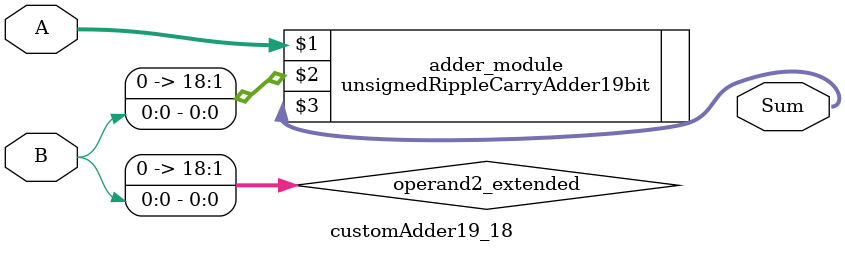
<source format=v>

module customAdder19_18(
                    input [18 : 0] A,
                    input [0 : 0] B,
                    
                    output [19 : 0] Sum
            );

    wire [18 : 0] operand2_extended;
    
    assign operand2_extended =  {18'b0, B};
    
    unsignedRippleCarryAdder19bit adder_module(
        A,
        operand2_extended,
        Sum
    );
    
endmodule
        
</source>
